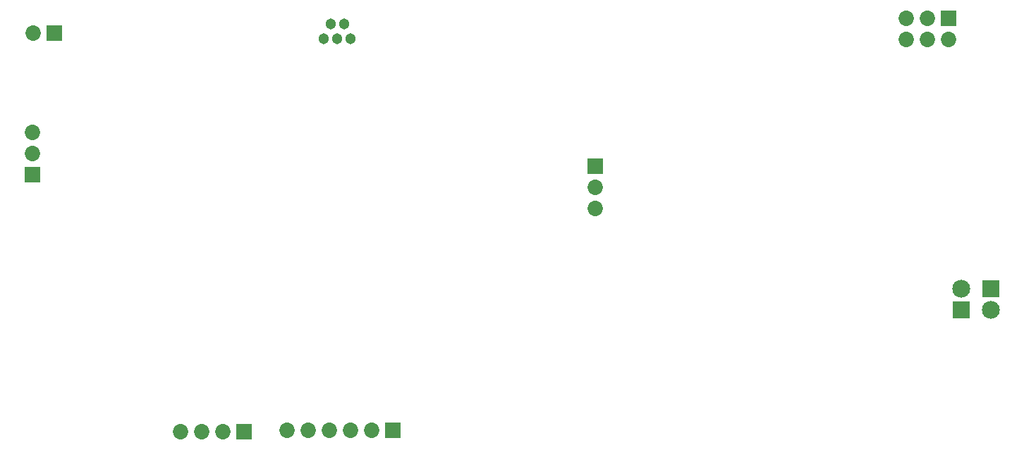
<source format=gbs>
G04*
G04 #@! TF.GenerationSoftware,Altium Limited,Altium Designer,21.6.4 (81)*
G04*
G04 Layer_Color=16711935*
%FSLAX44Y44*%
%MOMM*%
G71*
G04*
G04 #@! TF.SameCoordinates,E4B945DB-FB87-47C5-857E-45FB9DAC6770*
G04*
G04*
G04 #@! TF.FilePolarity,Negative*
G04*
G01*
G75*
%ADD167C,1.8532*%
%ADD168R,1.8532X1.8532*%
%ADD169R,1.8532X1.8532*%
%ADD170C,1.3032*%
%ADD171R,2.1532X2.1532*%
%ADD172C,2.1532*%
D167*
X1076103Y510540D02*
D03*
X26577Y398780D02*
D03*
Y373380D02*
D03*
X1126902Y510540D02*
D03*
X1101503Y535940D02*
D03*
Y510540D02*
D03*
X1076103Y535940D02*
D03*
X27940Y518160D02*
D03*
X702310Y332740D02*
D03*
Y307340D02*
D03*
X434340Y40640D02*
D03*
X408940D02*
D03*
X383540D02*
D03*
X358140D02*
D03*
X332740D02*
D03*
X255270Y39370D02*
D03*
X229870D02*
D03*
X204470D02*
D03*
D168*
X1126902Y535940D02*
D03*
X53340Y518160D02*
D03*
X459740Y40640D02*
D03*
X280670Y39370D02*
D03*
D169*
X26577Y347980D02*
D03*
X702310Y358140D02*
D03*
D170*
X408940Y511810D02*
D03*
X400940Y529810D02*
D03*
X392940Y511810D02*
D03*
X384940Y529810D02*
D03*
X376940Y511810D02*
D03*
D171*
X1141730Y185420D02*
D03*
X1177290Y210820D02*
D03*
D172*
X1141730D02*
D03*
X1177290Y185420D02*
D03*
M02*

</source>
